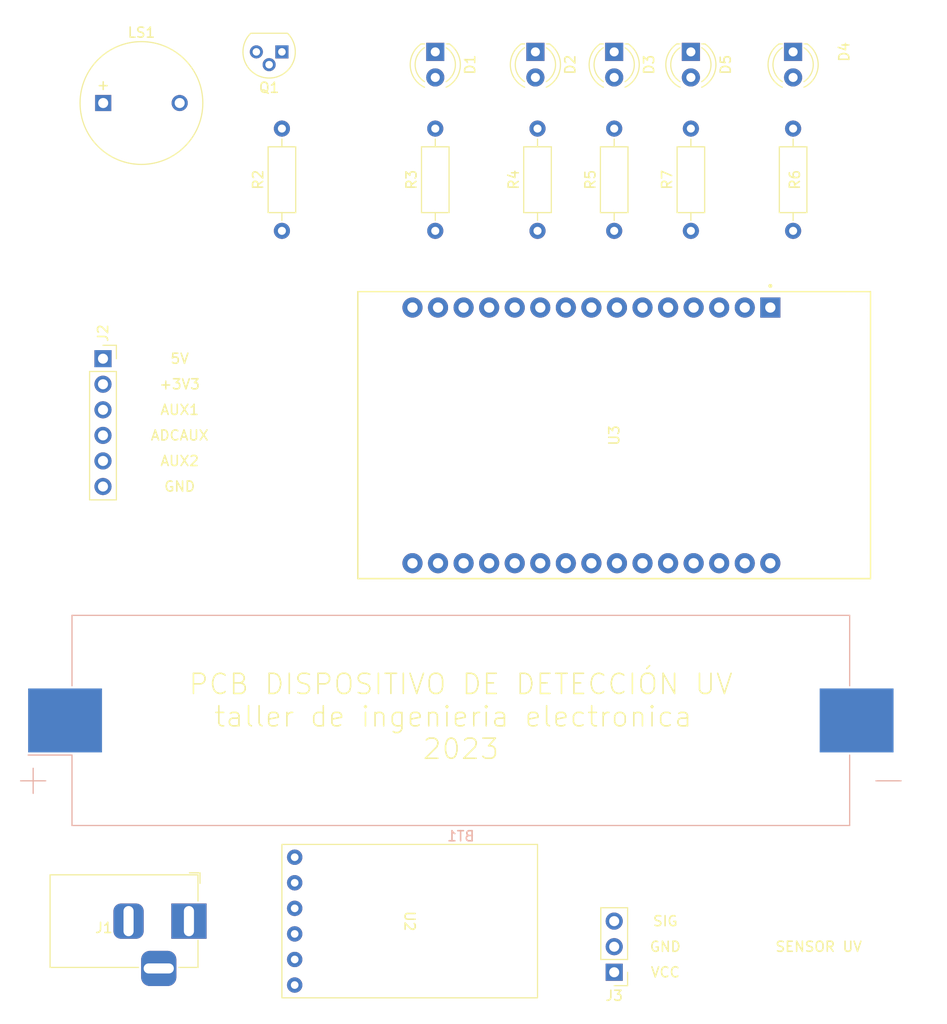
<source format=kicad_pcb>
(kicad_pcb (version 20221018) (generator pcbnew)
  (layers (0 "F.Cu" signal) (31 "B.Cu" signal) (34 "B.Paste" user) (35 "F.Paste" user) (36 "B.SilkS" user "B.Silkscreen") (37 "F.SilkS" user "F.Silkscreen") (38 "B.Mask" user) (39 "F.Mask" user) (44 "Edge.Cuts" user))
  (net 0 "")
  (net 1 "Net-(BT1-+)")
  (net 2 "GND")
  (net 3 "Net-(D1-A)")
  (net 4 "Net-(D2-A)")
  (net 5 "Net-(D3-A)")
  (net 6 "Net-(D4-A)")
  (net 7 "Net-(D5-A)")
  (net 8 "Net-(U2-VIN)")
  (net 9 "/aux1")
  (net 10 "+3V3")
  (net 11 "+5V")
  (net 12 "Net-(Q1-C)")
  (net 13 "Net-(Q1-B)")
  (net 14 "Net-(U3-D23)")
  (net 15 "Net-(U3-D21)")
  (net 16 "Net-(U3-D19)")
  (net 17 "Net-(U3-D18)")
  (net 18 "Net-(U3-D15)")
  (net 19 "Net-(U3-EN)")
  (net 33 "/ADCaux")
  (net 34 "/auxled")
  (net 36 "Net-(U3-D5)")
  (net 39 "/señalsensor")
  (footprint "LED_THT:LED_D4.0mm" (layer "F.Cu") (at 81.07 66.04 -90)
    (fp_text reference "D2" (at 1.27 -3.46 90) (layer "F.SilkS"))
    (fp_text value "LED")
    (fp_line (start -0.79 -1.399) (end -0.79 -1.08) (stroke (width 0.12)) (layer "F.SilkS"))
    (fp_line (start -0.79 1.08) (end -0.79 1.399) (stroke (width 0.12)) (layer "F.SilkS"))
    (fp_arc (start -0.79 -1.398749) (mid 1.453519 -2.483228) (end 3.513242 -1.080724) (stroke (width 0.12)) (layer "F.SilkS"))
    (fp_arc (start -0.41333 -1.08) (mid 1.269429 -2) (end 2.952713 -1.080961) (stroke (width 0.12)) (layer "F.SilkS"))
    (fp_arc (start 2.952713 1.080961) (mid 1.269429 2) (end -0.41333 1.08) (stroke (width 0.12)) (layer "F.SilkS"))
    (fp_arc (start 3.513242 1.080724) (mid 1.453519 2.483228) (end -0.79 1.398749) (stroke (width 0.12)) (layer "F.SilkS"))
    (pad "1" thru_hole rect (at 0 0 270) (size 1.8 1.8) (drill 0.9) (layers "*.Cu" "*.Mask") (net 2 "GND"))
    (pad "2" thru_hole circle (at 2.54 0 270) (size 1.8 1.8) (drill 0.9) (layers "*.Cu" "*.Mask") (net 4 "Net-(D2-A)"))
  )
  (footprint "LED_THT:LED_D4.0mm" (layer "F.Cu") (at 106.68 66.04 -90)
    (fp_text reference "D4" (at 0 -5.08 90) (layer "F.SilkS"))
    (fp_text value "LED")
    (fp_line (start -0.79 -1.399) (end -0.79 -1.08) (stroke (width 0.12)) (layer "F.SilkS"))
    (fp_line (start -0.79 1.08) (end -0.79 1.399) (stroke (width 0.12)) (layer "F.SilkS"))
    (fp_arc (start -0.79 -1.398749) (mid 1.453519 -2.483228) (end 3.513242 -1.080724) (stroke (width 0.12)) (layer "F.SilkS"))
    (fp_arc (start -0.41333 -1.08) (mid 1.269429 -2) (end 2.952713 -1.080961) (stroke (width 0.12)) (layer "F.SilkS"))
    (fp_arc (start 2.952713 1.080961) (mid 1.269429 2) (end -0.41333 1.08) (stroke (width 0.12)) (layer "F.SilkS"))
    (fp_arc (start 3.513242 1.080724) (mid 1.453519 2.483228) (end -0.79 1.398749) (stroke (width 0.12)) (layer "F.SilkS"))
    (pad "1" thru_hole rect (at 0 0 270) (size 1.8 1.8) (drill 0.9) (layers "*.Cu" "*.Mask") (net 2 "GND"))
    (pad "2" thru_hole circle (at 2.54 0 270) (size 1.8 1.8) (drill 0.9) (layers "*.Cu" "*.Mask") (net 6 "Net-(D4-A)"))
  )
  (footprint "Buzzer_Beeper:MagneticBuzzer_ProSignal_ABI-009-RC" (layer "F.Cu") (at 38.12 71.12)
    (fp_text reference "LS1" (at 3.8 -7) (layer "F.SilkS"))
    (fp_text value "Speaker")
    (fp_text user "+" (at 0 -1.8) (layer "F.SilkS"))
    (fp_circle (center 3.8 0) (end 9.9 0) (stroke (width 0.12)) (fill none) (layer "F.SilkS"))
    (pad "1" thru_hole rect (at 0 0) (size 1.6 1.6) (drill 1) (layers "*.Cu" "*.Mask") (net 11 "+5V"))
    (pad "2" thru_hole circle (at 7.6 0) (size 1.6 1.6) (drill 1) (layers "*.Cu" "*.Mask") (net 12 "Net-(Q1-C)"))
  )
  (footprint "Resistor_THT:R_Axial_DIN0207_L6.3mm_D2.5mm_P10.16mm_Horizontal" (layer "F.Cu") (at 55.88 83.82 90)
    (fp_text reference "R2" (at 5.08 -2.37 90) (layer "F.SilkS"))
    (fp_text value "1k")
    (fp_line (start 1.04 0) (end 1.81 0) (stroke (width 0.12)) (layer "F.SilkS"))
    (fp_line (start 1.81 -1.37) (end 1.81 1.37) (stroke (width 0.12)) (layer "F.SilkS"))
    (fp_line (start 1.81 1.37) (end 8.35 1.37) (stroke (width 0.12)) (layer "F.SilkS"))
    (fp_line (start 8.35 -1.37) (end 1.81 -1.37) (stroke (width 0.12)) (layer "F.SilkS"))
    (fp_line (start 8.35 1.37) (end 8.35 -1.37) (stroke (width 0.12)) (layer "F.SilkS"))
    (fp_line (start 9.12 0) (end 8.35 0) (stroke (width 0.12)) (layer "F.SilkS"))
    (pad "1" thru_hole circle (at 0 0 90) (size 1.6 1.6) (drill 0.8) (layers "*.Cu" "*.Mask") (net 14 "Net-(U3-D23)"))
    (pad "2" thru_hole oval (at 10.16 0 90) (size 1.6 1.6) (drill 0.8) (layers "*.Cu" "*.Mask") (net 13 "Net-(Q1-B)"))
  )
  (footprint "Resistor_THT:R_Axial_DIN0207_L6.3mm_D2.5mm_P10.16mm_Horizontal" (layer "F.Cu") (at 88.9 83.82 90)
    (fp_text reference "R5" (at 5.08 -2.37 90) (layer "F.SilkS"))
    (fp_text value "220")
    (fp_line (start 1.04 0) (end 1.81 0) (stroke (width 0.12)) (layer "F.SilkS"))
    (fp_line (start 1.81 -1.37) (end 1.81 1.37) (stroke (width 0.12)) (layer "F.SilkS"))
    (fp_line (start 1.81 1.37) (end 8.35 1.37) (stroke (width 0.12)) (layer "F.SilkS"))
    (fp_line (start 8.35 -1.37) (end 1.81 -1.37) (stroke (width 0.12)) (layer "F.SilkS"))
    (fp_line (start 8.35 1.37) (end 8.35 -1.37) (stroke (width 0.12)) (layer "F.SilkS"))
    (fp_line (start 9.12 0) (end 8.35 0) (stroke (width 0.12)) (layer "F.SilkS"))
    (pad "1" thru_hole circle (at 0 0 90) (size 1.6 1.6) (drill 0.8) (layers "*.Cu" "*.Mask") (net 17 "Net-(U3-D18)"))
    (pad "2" thru_hole oval (at 10.16 0 90) (size 1.6 1.6) (drill 0.8) (layers "*.Cu" "*.Mask") (net 5 "Net-(D3-A)"))
  )
  (footprint "LED_THT:LED_D4.0mm" (layer "F.Cu") (at 71.12 66.04 -90)
    (fp_text reference "D1" (at 1.27 -3.46 90) (layer "F.SilkS"))
    (fp_text value "LED")
    (fp_line (start -0.79 -1.399) (end -0.79 -1.08) (stroke (width 0.12)) (layer "F.SilkS"))
    (fp_line (start -0.79 1.08) (end -0.79 1.399) (stroke (width 0.12)) (layer "F.SilkS"))
    (fp_arc (start -0.79 -1.398749) (mid 1.453519 -2.483228) (end 3.513242 -1.080724) (stroke (width 0.12)) (layer "F.SilkS"))
    (fp_arc (start -0.41333 -1.08) (mid 1.269429 -2) (end 2.952713 -1.080961) (stroke (width 0.12)) (layer "F.SilkS"))
    (fp_arc (start 2.952713 1.080961) (mid 1.269429 2) (end -0.41333 1.08) (stroke (width 0.12)) (layer "F.SilkS"))
    (fp_arc (start 3.513242 1.080724) (mid 1.453519 2.483228) (end -0.79 1.398749) (stroke (width 0.12)) (layer "F.SilkS"))
    (pad "1" thru_hole rect (at 0 0 270) (size 1.8 1.8) (drill 0.9) (layers "*.Cu" "*.Mask") (net 2 "GND"))
    (pad "2" thru_hole circle (at 2.54 0 270) (size 1.8 1.8) (drill 0.9) (layers "*.Cu" "*.Mask") (net 3 "Net-(D1-A)"))
  )
  (footprint "Resistor_THT:R_Axial_DIN0207_L6.3mm_D2.5mm_P10.16mm_Horizontal" (layer "F.Cu") (at 96.52 83.82 90)
    (fp_text reference "R7" (at 5.08 -2.37 90) (layer "F.SilkS"))
    (fp_text value "220")
    (fp_line (start 1.04 0) (end 1.81 0) (stroke (width 0.12)) (layer "F.SilkS"))
    (fp_line (start 1.81 -1.37) (end 1.81 1.37) (stroke (width 0.12)) (layer "F.SilkS"))
    (fp_line (start 1.81 1.37) (end 8.35 1.37) (stroke (width 0.12)) (layer "F.SilkS"))
    (fp_line (start 8.35 -1.37) (end 1.81 -1.37) (stroke (width 0.12)) (layer "F.SilkS"))
    (fp_line (start 8.35 1.37) (end 8.35 -1.37) (stroke (width 0.12)) (layer "F.SilkS"))
    (fp_line (start 9.12 0) (end 8.35 0) (stroke (width 0.12)) (layer "F.SilkS"))
    (pad "1" thru_hole circle (at 0 0 90) (size 1.6 1.6) (drill 0.8) (layers "*.Cu" "*.Mask") (net 36 "Net-(U3-D5)"))
    (pad "2" thru_hole oval (at 10.16 0 90) (size 1.6 1.6) (drill 0.8) (layers "*.Cu" "*.Mask") (net 7 "Net-(D5-A)"))
  )
  (footprint "LED_THT:LED_D4.0mm" (layer "F.Cu") (at 88.9 66.04 -90)
    (fp_text reference "D3" (at 1.27 -3.46 90) (layer "F.SilkS"))
    (fp_text value "LED")
    (fp_line (start -0.79 -1.399) (end -0.79 -1.08) (stroke (width 0.12)) (layer "F.SilkS"))
    (fp_line (start -0.79 1.08) (end -0.79 1.399) (stroke (width 0.12)) (layer "F.SilkS"))
    (fp_arc (start -0.79 -1.398749) (mid 1.453519 -2.483228) (end 3.513242 -1.080724) (stroke (width 0.12)) (layer "F.SilkS"))
    (fp_arc (start -0.41333 -1.08) (mid 1.269429 -2) (end 2.952713 -1.080961) (stroke (width 0.12)) (layer "F.SilkS"))
    (fp_arc (start 2.952713 1.080961) (mid 1.269429 2) (end -0.41333 1.08) (stroke (width 0.12)) (layer "F.SilkS"))
    (fp_arc (start 3.513242 1.080724) (mid 1.453519 2.483228) (end -0.79 1.398749) (stroke (width 0.12)) (layer "F.SilkS"))
    (pad "1" thru_hole rect (at 0 0 270) (size 1.8 1.8) (drill 0.9) (layers "*.Cu" "*.Mask") (net 2 "GND"))
    (pad "2" thru_hole circle (at 2.54 0 270) (size 1.8 1.8) (drill 0.9) (layers "*.Cu" "*.Mask") (net 5 "Net-(D3-A)"))
  )
  (footprint "Resistor_THT:R_Axial_DIN0207_L6.3mm_D2.5mm_P10.16mm_Horizontal" (layer "F.Cu") (at 71.12 83.82 90)
    (fp_text reference "R3" (at 5.08 -2.37 90) (layer "F.SilkS"))
    (fp_text value "220")
    (fp_line (start 1.04 0) (end 1.81 0) (stroke (width 0.12)) (layer "F.SilkS"))
    (fp_line (start 1.81 -1.37) (end 1.81 1.37) (stroke (width 0.12)) (layer "F.SilkS"))
    (fp_line (start 1.81 1.37) (end 8.35 1.37) (stroke (width 0.12)) (layer "F.SilkS"))
    (fp_line (start 8.35 -1.37) (end 1.81 -1.37) (stroke (width 0.12)) (layer "F.SilkS"))
    (fp_line (start 8.35 1.37) (end 8.35 -1.37) (stroke (width 0.12)) (layer "F.SilkS"))
    (fp_line (start 9.12 0) (end 8.35 0) (stroke (width 0.12)) (layer "F.SilkS"))
    (pad "1" thru_hole circle (at 0 0 90) (size 1.6 1.6) (drill 0.8) (layers "*.Cu" "*.Mask") (net 15 "Net-(U3-D21)"))
    (pad "2" thru_hole oval (at 10.16 0 90) (size 1.6 1.6) (drill 0.8) (layers "*.Cu" "*.Mask") (net 3 "Net-(D1-A)"))
  )
  (footprint "Resistor_THT:R_Axial_DIN0207_L6.3mm_D2.5mm_P10.16mm_Horizontal" (layer "F.Cu") (at 81.28 83.82 90)
    (fp_text reference "R4" (at 5.08 -2.37 90) (layer "F.SilkS"))
    (fp_text value "220")
    (fp_line (start 1.04 0) (end 1.81 0) (stroke (width 0.12)) (layer "F.SilkS"))
    (fp_line (start 1.81 -1.37) (end 1.81 1.37) (stroke (width 0.12)) (layer "F.SilkS"))
    (fp_line (start 1.81 1.37) (end 8.35 1.37) (stroke (width 0.12)) (layer "F.SilkS"))
    (fp_line (start 8.35 -1.37) (end 1.81 -1.37) (stroke (width 0.12)) (layer "F.SilkS"))
    (fp_line (start 8.35 1.37) (end 8.35 -1.37) (stroke (width 0.12)) (layer "F.SilkS"))
    (fp_line (start 9.12 0) (end 8.35 0) (stroke (width 0.12)) (layer "F.SilkS"))
    (pad "1" thru_hole circle (at 0 0 90) (size 1.6 1.6) (drill 0.8) (layers "*.Cu" "*.Mask") (net 16 "Net-(U3-D19)"))
    (pad "2" thru_hole oval (at 10.16 0 90) (size 1.6 1.6) (drill 0.8) (layers "*.Cu" "*.Mask") (net 4 "Net-(D2-A)"))
  )
  (footprint "LED_THT:LED_D4.0mm" (layer "F.Cu") (at 96.52 66.04 -90)
    (fp_text reference "D5" (at 1.27 -3.46 90) (layer "F.SilkS"))
    (fp_text value "LED")
    (fp_line (start -0.79 -1.399) (end -0.79 -1.08) (stroke (width 0.12)) (layer "F.SilkS"))
    (fp_line (start -0.79 1.08) (end -0.79 1.399) (stroke (width 0.12)) (layer "F.SilkS"))
    (fp_arc (start -0.79 -1.398749) (mid 1.453519 -2.483228) (end 3.513242 -1.080724) (stroke (width 0.12)) (layer "F.SilkS"))
    (fp_arc (start -0.41333 -1.08) (mid 1.269429 -2) (end 2.952713 -1.080961) (stroke (width 0.12)) (layer "F.SilkS"))
    (fp_arc (start 2.952713 1.080961) (mid 1.269429 2) (end -0.41333 1.08) (stroke (width 0.12)) (layer "F.SilkS"))
    (fp_arc (start 3.513242 1.080724) (mid 1.453519 2.483228) (end -0.79 1.398749) (stroke (width 0.12)) (layer "F.SilkS"))
    (pad "1" thru_hole rect (at 0 0 270) (size 1.8 1.8) (drill 0.9) (layers "*.Cu" "*.Mask"))
    (pad "2" thru_hole circle (at 2.54 0 270) (size 1.8 1.8) (drill 0.9) (layers "*.Cu" "*.Mask") (net 7 "Net-(D5-A)"))
  )
  (footprint "Package_TO_SOT_THT:TO-92" (layer "F.Cu") (at 55.88 66.04 180)
    (fp_text reference "Q1" (at 1.27 -3.56) (layer "F.SilkS"))
    (fp_text value "2N2222A")
    (fp_line (start -0.53 1.85) (end 3.07 1.85) (stroke (width 0.12)) (layer "F.SilkS"))
    (fp_arc (start -0.568478 1.838478) (mid -1.132087 -0.994977) (end 1.27 -2.6) (stroke (width 0.12)) (layer "F.SilkS"))
    (fp_arc (start 1.27 -2.6) (mid 3.672087 -0.994977) (end 3.108478 1.838478) (stroke (width 0.12)) (layer "F.SilkS"))
    (pad "1" thru_hole rect (at 0 0 180) (size 1.3 1.3) (drill 0.75) (layers "*.Cu" "*.Mask") (net 2 "GND"))
    (pad "2" thru_hole circle (at 1.27 -1.27 180) (size 1.3 1.3) (drill 0.75) (layers "*.Cu" "*.Mask") (net 13 "Net-(Q1-B)"))
    (pad "3" thru_hole circle (at 2.54 0 180) (size 1.3 1.3) (drill 0.75) (layers "*.Cu" "*.Mask") (net 12 "Net-(Q1-C)"))
  )
  (footprint "Connector_BarrelJack:BarrelJack_Horizontal" (layer "F.Cu") (at 46.64 152.4)
    (fp_text reference "J1" (at -8.45 0.67) (layer "F.SilkS"))
    (fp_text value "Jack-DC")
    (fp_line (start -13.8 -4.6) (end 0.9 -4.6) (stroke (width 0.12)) (layer "F.SilkS"))
    (fp_line (start -13.8 4.6) (end -13.8 -4.6) (stroke (width 0.12)) (layer "F.SilkS"))
    (fp_line (start -5 4.6) (end -13.8 4.6) (stroke (width 0.12)) (layer "F.SilkS"))
    (fp_line (start 0.05 -4.8) (end 1.1 -4.8) (stroke (width 0.12)) (layer "F.SilkS"))
    (fp_line (start 0.9 -4.6) (end 0.9 -2) (stroke (width 0.12)) (layer "F.SilkS"))
    (fp_line (start 0.9 1.9) (end 0.9 4.6) (stroke (width 0.12)) (layer "F.SilkS"))
    (fp_line (start 0.9 4.6) (end -1 4.6) (stroke (width 0.12)) (layer "F.SilkS"))
    (fp_line (start 1.1 -3.75) (end 1.1 -4.8) (stroke (width 0.12)) (layer "F.SilkS"))
    (pad "1" thru_hole rect (at 0 0) (size 3.5 3.5) (drill oval 1 3) (layers "*.Cu" "*.Mask") (net 8 "Net-(U2-VIN)"))
    (pad "2" thru_hole roundrect (at -6 0) (size 3 3.5) (drill oval 1 3) (layers "*.Cu" "*.Mask") (net 2 "GND"))
    (pad "3" thru_hole roundrect (at -3 4.7) (size 3.5 3.5) (drill oval 3 1) (layers "*.Cu" "*.Mask"))
  )
  (footprint "ESP32-DEVKIT-V1:MODULE_ESP32_DEVKIT_V1" (layer "F.Cu") (at 88.9 104.14 -90)
    (fp_text reference "U3" (at 0 0 90) (layer "F.SilkS"))
    (fp_text value "ESP32-DEVKIT-V1")
    (fp_line (start -14.28 -25.475) (end -3.211 -25.475) (stroke (width 0.127)) (layer "F.SilkS"))
    (fp_line (start -14.28 -25.475) (end 14.23 -25.475) (stroke (width 0.127)) (layer "F.SilkS"))
    (fp_line (start -14.28 25.475) (end -14.28 -25.475) (stroke (width 0.127)) (layer "F.SilkS"))
    (fp_line (start -14.28 25.475) (end -14.28 -25.475) (stroke (width 0.127)) (layer "F.SilkS"))
    (fp_line (start -14.28 25.475) (end -8.91 25.475) (stroke (width 0.127)) (layer "F.SilkS"))
    (fp_line (start -8.91 25.475) (end 8.78 25.475) (stroke (width 0.127)) (layer "F.SilkS"))
    (fp_line (start -3.211 -25.475) (end 3.5 -25.475) (stroke (width 0.127)) (layer "F.SilkS"))
    (fp_line (start 3.5 -25.475) (end 14.23 -25.475) (stroke (width 0.127)) (layer "F.SilkS"))
    (fp_line (start 8.78 25.475) (end 14.23 25.475) (stroke (width 0.127)) (layer "F.SilkS"))
    (fp_line (start 14.23 -25.475) (end 14.23 25.475) (stroke (width 0.127)) (layer "F.SilkS"))
    (fp_line (start 14.23 -25.475) (end 14.23 25.475) (stroke (width 0.127)) (layer "F.SilkS"))
    (fp_line (start 14.23 25.475) (end -14.28 25.475) (stroke (width 0.127)) (layer "F.SilkS"))
    (fp_circle (center -14.85 -15.515) (end -14.75 -15.515) (stroke (width 0.2)) (fill none) (layer "F.SilkS"))
    (pad "" np_thru_hole circle (at -12.28 -23.475 270) (size 3 3) (drill 3) (layers "*.Cu" "*.Mask"))
    (pad "" np_thru_hole circle (at -12.28 23.475 270) (size 3 3) (drill 3) (layers "*.Cu" "*.Mask"))
    (pad "" np_thru_hole circle (at 12.23 -23.475 270) (size 3 3) (drill 3) (layers "*.Cu" "*.Mask"))
    (pad "" np_thru_hole circle (at 12.23 23.475 270) (size 3 3) (drill 3) (layers "*.Cu" "*.Mask"))
    (pad "1" thru_hole rect (at -12.7 -15.515 270) (size 2 2) (drill 1.02) (layers "*.Cu" "*.Mask") (net 10 "+3V3"))
    (pad "2" thru_hole circle (at -12.7 -12.975 270) (size 2 2) (drill 1.02) (layers "*.Cu" "*.Mask") (net 2 "GND"))
    (pad "3" thru_hole circle (at -12.7 -10.435 270) (size 2 2) (drill 1.02) (layers "*.Cu" "*.Mask") (net 18 "Net-(U3-D15)"))
    (pad "4" thru_hole circle (at -12.7 -7.895 270) (size 2 2) (drill 1.02) (layers "*.Cu" "*.Mask") (net 9 "/aux1"))
    (pad "5" thru_hole circle (at -12.7 -5.355 270) (size 2 2) (drill 1.02) (layers "*.Cu" "*.Mask") (net 33 "/ADCaux"))
    (pad "6" thru_hole circle (at -12.7 -2.815 270) (size 2 2) (drill 1.02) (layers "*.Cu" "*.Mask"))
    (pad "7" thru_hole circle (at -12.7 -0.275 270) (size 2 2) (drill 1.02) (layers "*.Cu" "*.Mask"))
    (pad "8" thru_hole circle (at -12.7 2.265 270) (size 2 2) (drill 1.02) (layers "*.Cu" "*.Mask") (net 36 "Net-(U3-D5)"))
    (pad "9" thru_hole circle (at -12.7 4.805 270) (size 2 2) (drill 1.02) (layers "*.Cu" "*.Mask") (net 17 "Net-(U3-D18)"))
    (pad "10" thru_hole circle (at -12.7 7.345 270) (size 2 2) (drill 1.02) (layers "*.Cu" "*.Mask") (net 16 "Net-(U3-D19)"))
    (pad "11" thru_hole circle (at -12.7 9.885 270) (size 2 2) (drill 1.02) (layers "*.Cu" "*.Mask") (net 15 "Net-(U3-D21)"))
    (pad "12" thru_hole circle (at -12.7 12.425 270) (size 2 2) (drill 1.02) (layers "*.Cu" "*.Mask"))
    (pad "13" thru_hole circle (at -12.7 14.965 270) (size 2 2) (drill 1.02) (layers "*.Cu" "*.Mask"))
    (pad "14" thru_hole circle (at -12.7 17.505 270) (size 2 2) (drill 1.02) (layers "*.Cu" "*.Mask"))
    (pad "15" thru_hole circle (at -12.7 20.045 270) (size 2 2) (drill 1.02) (layers "*.Cu" "*.Mask") (net 14 "Net-(U3-D23)"))
    (pad "16" thru_hole circle (at 12.7 20.045 270) (size 2 2) (drill 1.02) (layers "*.Cu" "*.Mask") (net 19 "Net-(U3-EN)"))
    (pad "17" thru_hole circle (at 12.7 17.505 270) (size 2 2) (drill 1.02) (layers "*.Cu" "*.Mask"))
    (pad "18" thru_hole circle (at 12.7 14.965 270) (size 2 2) (drill 1.02) (layers "*.Cu" "*.Mask"))
    (pad "19" thru_hole circle (at 12.7 12.425 270) (size 2 2) (drill 1.02) (layers "*.Cu" "*.Mask"))
    (pad "20" thru_hole circle (at 12.7 9.885 270) (size 2 2) (drill 1.02) (layers "*.Cu" "*.Mask"))
    (pad "21" thru_hole circle (at 12.7 7.345 270) (size 2 2) (drill 1.02) (layers "*.Cu" "*.Mask"))
    (pad "22" thru_hole circle (at 12.7 4.805 270) (size 2 2) (drill 1.02) (layers "*.Cu" "*.Mask"))
    (pad "23" thru_hole circle (at 12.7 2.265 270) (size 2 2) (drill 1.02) (layers "*.Cu" "*.Mask") (net 39 "/señalsensor"))
    (pad "24" thru_hole circle (at 12.7 -0.275 270) (size 2 2) (drill 1.02) (layers "*.Cu" "*.Mask"))
    (pad "25" thru_hole circle (at 12.7 -2.815 270) (size 2 2) (drill 1.02) (layers "*.Cu" "*.Mask"))
    (pad "26" thru_hole circle (at 12.7 -5.355 270) (size 2 2) (drill 1.02) (layers "*.Cu" "*.Mask"))
    (pad "27" thru_hole circle (at 12.7 -7.895 270) (size 2 2) (drill 1.02) (layers "*.Cu" "*.Mask") (net 34 "/auxled"))
    (pad "28" thru_hole circle (at 12.7 -10.435 270) (size 2 2) (drill 1.02) (layers "*.Cu" "*.Mask"))
    (pad "29" thru_hole circle (at 12.7 -12.975 270) (size 2 2) (drill 1.02) (layers "*.Cu" "*.Mask") (net 2 "GND"))
    (pad "30" thru_hole circle (at 12.7 -15.515 270) (size 2 2) (drill 1.02) (layers "*.Cu" "*.Mask") (net 11 "+5V"))
  )
  (footprint "Connector_PinSocket_2.54mm:PinSocket_1x06_P2.54mm_Vertical" (layer "F.Cu") (at 38.1 96.52)
    (fp_text reference "J2" (at 0 -2.54 90) (layer "F.SilkS"))
    (fp_text value "Conn_01x06_Pin")
    (fp_line (start -1.33 1.27) (end -1.33 14.03) (stroke (width 0.12)) (layer "F.SilkS"))
    (fp_line (start -1.33 1.27) (end 1.33 1.27) (stroke (width 0.12)) (layer "F.SilkS"))
    (fp_line (start -1.33 14.03) (end 1.33 14.03) (stroke (width 0.12)) (layer "F.SilkS"))
    (fp_line (start 0 -1.33) (end 1.33 -1.33) (stroke (width 0.12)) (layer "F.SilkS"))
    (fp_line (start 1.33 -1.33) (end 1.33 0) (stroke (width 0.12)) (layer "F.SilkS"))
    (fp_line (start 1.33 1.27) (end 1.33 14.03) (stroke (width 0.12)) (layer "F.SilkS"))
    (pad "1" thru_hole rect (at 0 0) (size 1.7 1.7) (drill 1) (layers "*.Cu" "*.Mask") (net 2 "GND"))
    (pad "2" thru_hole oval (at 0 2.54) (size 1.7 1.7) (drill 1) (layers "*.Cu" "*.Mask") (net 34 "/auxled"))
    (pad "3" thru_hole oval (at 0 5.08) (size 1.7 1.7) (drill 1) (layers "*.Cu" "*.Mask") (net 33 "/ADCaux"))
    (pad "4" thru_hole oval (at 0 7.62) (size 1.7 1.7) (drill 1) (layers "*.Cu" "*.Mask") (net 9 "/aux1"))
    (pad "5" thru_hole oval (at 0 10.16) (size 1.7 1.7) (drill 1) (layers "*.Cu" "*.Mask") (net 10 "+3V3"))
    (pad "6" thru_hole oval (at 0 12.7) (size 1.7 1.7) (drill 1) (layers "*.Cu" "*.Mask") (net 11 "+5V"))
  )
  (footprint "cd42:mh-cd42" (layer "F.Cu") (at 68.58 152.4 -90)
    (fp_text reference "U2" (at 0 0 -90 unlocked) (layer "F.SilkS"))
    (fp_text value "mh-cd42")
    (fp_rect (start -7.62 -12.7) (end 7.62 12.7) (stroke (width 0.12)) (fill none) (layer "F.SilkS"))
    (pad "1" thru_hole circle (at -6.35 11.43 270) (size 1.524 1.524) (drill 0.762) (layers "*.Cu" "*.Mask") (net 8 "Net-(U2-VIN)"))
    (pad "2" thru_hole circle (at -3.81 11.43 270) (size 1.524 1.524) (drill 0.762) (layers "*.Cu" "*.Mask") (net 2 "GND"))
    (pad "3" thru_hole circle (at -1.27 11.43 270) (size 1.524 1.524) (drill 0.762) (layers "*.Cu" "*.Mask") (net 2 "GND"))
    (pad "4" thru_hole circle (at 1.27 11.43 270) (size 1.524 1.524) (drill 0.762) (layers "*.Cu" "*.Mask") (net 1 "Net-(BT1-+)"))
    (pad "5" thru_hole circle (at 3.81 11.43 270) (size 1.524 1.524) (drill 0.762) (layers "*.Cu" "*.Mask") (net 19 "Net-(U3-EN)"))
    (pad "6" thru_hole circle (at 6.35 11.43 270) (size 1.524 1.524) (drill 0.762) (layers "*.Cu" "*.Mask") (net 11 "+5V"))
  )
  (footprint "Resistor_THT:R_Axial_DIN0207_L6.3mm_D2.5mm_P10.16mm_Horizontal" (layer "F.Cu") (at 106.68 83.82 90)
    (fp_text reference "R6" (at 5.08 0.17 90) (layer "F.SilkS"))
    (fp_text value "220")
    (fp_line (start 1.04 0) (end 1.81 0) (stroke (width 0.12)) (layer "F.SilkS"))
    (fp_line (start 1.81 -1.37) (end 1.81 1.37) (stroke (width 0.12)) (layer "F.SilkS"))
    (fp_line (start 1.81 1.37) (end 8.35 1.37) (stroke (width 0.12)) (layer "F.SilkS"))
    (fp_line (start 8.35 -1.37) (end 1.81 -1.37) (stroke (width 0.12)) (layer "F.SilkS"))
    (fp_line (start 8.35 1.37) (end 8.35 -1.37) (stroke (width 0.12)) (layer "F.SilkS"))
    (fp_line (start 9.12 0) (end 8.35 0) (stroke (width 0.12)) (layer "F.SilkS"))
    (pad "1" thru_hole circle (at 0 0 90) (size 1.6 1.6) (drill 0.8) (layers "*.Cu" "*.Mask") (net 18 "Net-(U3-D15)"))
    (pad "2" thru_hole oval (at 10.16 0 90) (size 1.6 1.6) (drill 0.8) (layers "*.Cu" "*.Mask") (net 6 "Net-(D4-A)"))
  )
  (footprint "Connector_PinHeader_2.54mm:PinHeader_1x03_P2.54mm_Vertical" (layer "F.Cu") (at 88.9 157.48 180)
    (fp_text reference "J3" (at 0 -2.33) (layer "F.SilkS"))
    (fp_text value "sensor-UV Guva S12sd")
    (fp_line (start -1.33 -1.33) (end 0 -1.33) (stroke (width 0.12)) (layer "F.SilkS"))
    (fp_line (start -1.33 0) (end -1.33 -1.33) (stroke (width 0.12)) (layer "F.SilkS"))
    (fp_line (start -1.33 1.27) (end -1.33 6.41) (stroke (width 0.12)) (layer "F.SilkS"))
    (fp_line (start -1.33 1.27) (end 1.33 1.27) (stroke (width 0.12)) (layer "F.SilkS"))
    (fp_line (start -1.33 6.41) (end 1.33 6.41) (stroke (width 0.12)) (layer "F.SilkS"))
    (fp_line (start 1.33 1.27) (end 1.33 6.41) (stroke (width 0.12)) (layer "F.SilkS"))
    (pad "1" thru_hole rect (at 0 0 180) (size 1.7 1.7) (drill 1) (layers "*.Cu" "*.Mask") (net 11 "+5V"))
    (pad "2" thru_hole oval (at 0 2.54 180) (size 1.7 1.7) (drill 1) (layers "*.Cu" "*.Mask") (net 2 "GND"))
    (pad "3" thru_hole oval (at 0 5.08 180) (size 1.7 1.7) (drill 1) (layers "*.Cu" "*.Mask") (net 39 "/señalsensor"))
  )
  (footprint "Battery:BatteryHolder_Keystone_1042_1x18650" (layer "B.Cu") (at 73.66 132.46)
    (fp_text reference "BT1" (at 0 11.5) (layer "B.SilkS") (effects (justify mirror)))
    (fp_text value "Battery")
    (fp_line (start -43.75 6) (end -41.25 6) (stroke (width 0.12)) (layer "B.SilkS"))
    (fp_line (start -42.5 4.75) (end -42.5 7.25) (stroke (width 0.12)) (layer "B.SilkS"))
    (fp_line (start -38.64 -10.44) (end -38.64 -3.44) (stroke (width 0.12)) (layer "B.SilkS"))
    (fp_line (start -38.64 3.44) (end -43 3.44) (stroke (width 0.12)) (layer "B.SilkS"))
    (fp_line (start -38.64 10.44) (end -38.64 3.44) (stroke (width 0.12)) (layer "B.SilkS"))
    (fp_line (start 38.64 -10.44) (end -38.64 -10.44) (stroke (width 0.12)) (layer "B.SilkS"))
    (fp_line (start 38.64 -3.44) (end 38.64 -10.44) (stroke (width 0.12)) (layer "B.SilkS"))
    (fp_line (start 38.64 3.44) (end 38.64 10.42) (stroke (width 0.12)) (layer "B.SilkS"))
    (fp_line (start 38.64 10.44) (end -38.64 10.44) (stroke (width 0.12)) (layer "B.SilkS"))
    (fp_line (start 43.75 6) (end 41.25 6) (stroke (width 0.12)) (layer "B.SilkS"))
    (pad "" np_thru_hole circle (at -35.93 8) (size 2.39 2.39) (drill 2.39) (layers "*.Cu" "*.Mask"))
    (pad "" np_thru_hole circle (at -27.6 -8) (size 3.45 3.45) (drill 3.45) (layers "*.Cu" "*.Mask"))
    (pad "" np_thru_hole circle (at 27.6 8) (size 3.45 3.45) (drill 3.45) (layers "*.Cu" "*.Mask"))
    (pad "1" smd rect (at -39.33 0) (size 7.34 6.35) (layers "B.Cu" "B.Paste" "B.Mask") (net 1 "Net-(BT1-+)"))
    (pad "2" smd rect (at 39.33 0) (size 7.34 6.35) (layers "B.Cu" "B.Paste" "B.Mask") (net 2 "GND"))
  )
  (gr_text "+3V3\n" (at 45.72 99.06) (layer "F.SilkS") (effects (font (size 1 1))))
  (gr_text "GND\n" (at 45.72 109.22) (layer "F.SilkS") (effects (font (size 1 1))))
  (gr_text "SIG\n" (at 93.98 152.4) (layer "F.SilkS") (effects (font (size 1 1))))
  (gr_text "ADCAUX" (at 45.72 104.14) (layer "F.SilkS") (effects (font (size 1 1))))
  (gr_text "5V" (at 45.72 96.52) (layer "F.SilkS") (effects (font (size 1 1))))
  (gr_text "VCC\n" (at 93.98 157.48) (layer "F.SilkS") (effects (font (size 1 1))))
  (gr_text "GND\n" (at 93.98 154.94) (layer "F.SilkS") (effects (font (size 1 1))))
  (gr_text "AUX1\n" (at 45.72 101.6) (layer "F.SilkS") (effects (font (size 1 1))))
  (gr_text "AUX2\n" (at 45.72 106.68) (layer "F.SilkS") (effects (font (size 1 1))))
  (gr_text "SENSOR UV\n" (at 109.22 154.94) (layer "F.SilkS") (effects (font (size 1 1))))
  (gr_text "PCB DISPOSITIVO DE DETECCIÓN UV\ntaller de ingenieria electronica \n2023" (at 73.66 132.08) (layer "F.SilkS") (effects (font (size 2 2))))
)
</source>
